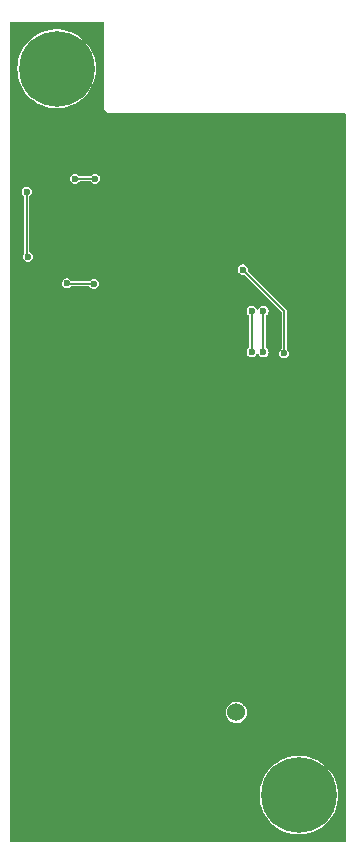
<source format=gbl>
%TF.GenerationSoftware,KiCad,Pcbnew,7.0.7*%
%TF.CreationDate,2024-02-09T14:16:11-05:00*%
%TF.ProjectId,key-fob-pcb,6b65792d-666f-4622-9d70-63622e6b6963,rev?*%
%TF.SameCoordinates,Original*%
%TF.FileFunction,Copper,L2,Bot*%
%TF.FilePolarity,Positive*%
%FSLAX46Y46*%
G04 Gerber Fmt 4.6, Leading zero omitted, Abs format (unit mm)*
G04 Created by KiCad (PCBNEW 7.0.7) date 2024-02-09 14:16:11*
%MOMM*%
%LPD*%
G01*
G04 APERTURE LIST*
%TA.AperFunction,ComponentPad*%
%ADD10C,1.530000*%
%TD*%
%TA.AperFunction,ConnectorPad*%
%ADD11C,6.400000*%
%TD*%
%TA.AperFunction,ComponentPad*%
%ADD12C,3.600000*%
%TD*%
%TA.AperFunction,ViaPad*%
%ADD13C,0.600000*%
%TD*%
%TA.AperFunction,Conductor*%
%ADD14C,0.177800*%
%TD*%
G04 APERTURE END LIST*
D10*
%TO.P,BT1,P*%
%TO.N,/ADC/VIN*%
X157950000Y-145500000D03*
%TO.P,BT1,N*%
%TO.N,GND*%
X145250000Y-145500000D03*
%TD*%
D11*
%TO.P,REF\u002A\u002A,1*%
%TO.N,N/C*%
X142750000Y-91000000D03*
D12*
X142750000Y-91000000D03*
%TD*%
D11*
%TO.P,REF\u002A\u002A,1*%
%TO.N,N/C*%
X163250000Y-152500000D03*
D12*
X163250000Y-152500000D03*
%TD*%
D13*
%TO.N,GND*%
X146500000Y-104250000D03*
X157000000Y-110500000D03*
X150750000Y-106000000D03*
X154400000Y-100600000D03*
X153400000Y-101600000D03*
X153400000Y-102900000D03*
X153400000Y-104400000D03*
X154400000Y-105300000D03*
X155800000Y-105300000D03*
X157200000Y-105300000D03*
X158100000Y-104400000D03*
X158100000Y-102900000D03*
X158100000Y-101600000D03*
X157200000Y-100600000D03*
X155800000Y-100600000D03*
X147600000Y-121700000D03*
X148400000Y-121700000D03*
X148400000Y-121000000D03*
X147600000Y-121000000D03*
X146800000Y-121000000D03*
%TO.N,/VBAT_ADC_EN*%
X143600000Y-109175000D03*
X145900000Y-109200000D03*
%TO.N,/VBAT_ADC*%
X144300000Y-100300000D03*
X146000000Y-100300000D03*
%TO.N,/EN*%
X158500000Y-108000000D03*
X162000000Y-115100000D03*
%TO.N,Net-(Q1-Pad1)*%
X140300000Y-106900000D03*
X140200000Y-101400000D03*
%TO.N,/RX*%
X160250000Y-111500000D03*
X160250000Y-115000000D03*
%TO.N,/TX*%
X159250000Y-111500000D03*
X159250000Y-115000000D03*
%TO.N,GND*%
X140050000Y-120200000D03*
X140050000Y-119400000D03*
X141950000Y-115400000D03*
%TD*%
D14*
%TO.N,/VBAT_ADC_EN*%
X145900000Y-109200000D02*
X143625000Y-109200000D01*
X143625000Y-109200000D02*
X143600000Y-109175000D01*
%TO.N,/VBAT_ADC*%
X146000000Y-100300000D02*
X144300000Y-100300000D01*
%TO.N,/EN*%
X162000000Y-111500000D02*
X158500000Y-108000000D01*
X162000000Y-115100000D02*
X162000000Y-111500000D01*
%TO.N,Net-(Q1-Pad1)*%
X140200000Y-106800000D02*
X140300000Y-106900000D01*
X140200000Y-101400000D02*
X140200000Y-106800000D01*
%TO.N,/RX*%
X160250000Y-115000000D02*
X160250000Y-111500000D01*
%TO.N,/TX*%
X159250000Y-115000000D02*
X159250000Y-111500000D01*
%TD*%
%TA.AperFunction,Conductor*%
%TO.N,GND*%
G36*
X146692539Y-87020185D02*
G01*
X146738294Y-87072989D01*
X146749500Y-87124500D01*
X146749500Y-94321963D01*
X146757190Y-94348154D01*
X146760947Y-94365423D01*
X146764835Y-94392456D01*
X146764835Y-94392457D01*
X146776173Y-94417283D01*
X146782355Y-94433858D01*
X146790046Y-94460051D01*
X146790047Y-94460053D01*
X146804806Y-94483019D01*
X146813282Y-94498541D01*
X146824623Y-94523373D01*
X146836437Y-94537007D01*
X146842496Y-94544000D01*
X146853095Y-94558160D01*
X146867853Y-94581123D01*
X146867857Y-94581128D01*
X146888488Y-94599006D01*
X146900992Y-94611510D01*
X146918871Y-94632142D01*
X146918872Y-94632143D01*
X146941844Y-94646905D01*
X146955996Y-94657500D01*
X146976627Y-94675377D01*
X146999899Y-94686005D01*
X147001451Y-94686714D01*
X147016978Y-94695192D01*
X147039947Y-94709953D01*
X147066136Y-94717643D01*
X147082713Y-94723826D01*
X147107538Y-94735163D01*
X147107539Y-94735163D01*
X147107543Y-94735165D01*
X147134564Y-94739050D01*
X147151846Y-94742809D01*
X147178039Y-94750500D01*
X147214201Y-94750500D01*
X167125500Y-94750500D01*
X167192539Y-94770185D01*
X167238294Y-94822989D01*
X167249500Y-94874500D01*
X167249500Y-156375500D01*
X167229815Y-156442539D01*
X167177011Y-156488294D01*
X167125500Y-156499500D01*
X138874500Y-156499500D01*
X138807461Y-156479815D01*
X138761706Y-156427011D01*
X138750500Y-156375500D01*
X138750500Y-152500002D01*
X159917612Y-152500002D01*
X159937147Y-152860291D01*
X159995523Y-153216370D01*
X159995524Y-153216373D01*
X160092050Y-153564030D01*
X160092051Y-153564032D01*
X160092053Y-153564036D01*
X160225607Y-153899233D01*
X160394620Y-154218025D01*
X160597110Y-154516675D01*
X160830702Y-154791681D01*
X161092658Y-155039819D01*
X161379908Y-155258180D01*
X161379914Y-155258184D01*
X161379920Y-155258188D01*
X161689085Y-155444206D01*
X161689090Y-155444208D01*
X162016545Y-155595706D01*
X162016549Y-155595706D01*
X162016556Y-155595710D01*
X162358492Y-155710921D01*
X162710880Y-155788488D01*
X163069588Y-155827500D01*
X163069594Y-155827500D01*
X163430406Y-155827500D01*
X163430412Y-155827500D01*
X163789120Y-155788488D01*
X164141508Y-155710921D01*
X164483444Y-155595710D01*
X164483451Y-155595706D01*
X164483454Y-155595706D01*
X164810909Y-155444208D01*
X164810914Y-155444206D01*
X164810915Y-155444205D01*
X164810918Y-155444204D01*
X165120092Y-155258180D01*
X165407342Y-155039819D01*
X165669298Y-154791681D01*
X165902890Y-154516675D01*
X166105380Y-154218025D01*
X166274393Y-153899233D01*
X166407947Y-153564036D01*
X166504478Y-153216365D01*
X166562852Y-152860294D01*
X166582387Y-152500000D01*
X166562852Y-152139706D01*
X166504478Y-151783635D01*
X166461008Y-151627072D01*
X166407949Y-151435969D01*
X166407948Y-151435967D01*
X166274394Y-151100770D01*
X166274393Y-151100767D01*
X166105380Y-150781975D01*
X165902890Y-150483325D01*
X165669298Y-150208319D01*
X165407342Y-149960181D01*
X165407335Y-149960175D01*
X165407332Y-149960173D01*
X165311938Y-149887657D01*
X165120092Y-149741820D01*
X165120086Y-149741816D01*
X165120079Y-149741811D01*
X164810914Y-149555793D01*
X164810909Y-149555791D01*
X164483454Y-149404293D01*
X164483449Y-149404292D01*
X164483446Y-149404291D01*
X164483444Y-149404290D01*
X164374452Y-149367566D01*
X164141510Y-149289079D01*
X163789118Y-149211511D01*
X163430413Y-149172500D01*
X163430412Y-149172500D01*
X163069588Y-149172500D01*
X163069586Y-149172500D01*
X162710881Y-149211511D01*
X162358489Y-149289079D01*
X162016550Y-149404292D01*
X162016545Y-149404293D01*
X161689090Y-149555791D01*
X161689085Y-149555793D01*
X161379920Y-149741811D01*
X161379912Y-149741817D01*
X161092667Y-149960173D01*
X161092658Y-149960181D01*
X160830699Y-150208321D01*
X160830694Y-150208327D01*
X160597109Y-150483325D01*
X160394620Y-150781974D01*
X160225611Y-151100758D01*
X160225605Y-151100770D01*
X160092051Y-151435967D01*
X160092050Y-151435969D01*
X159995524Y-151783626D01*
X159995523Y-151783629D01*
X159937147Y-152139708D01*
X159917612Y-152499997D01*
X159917612Y-152500002D01*
X138750500Y-152500002D01*
X138750500Y-145499999D01*
X157052584Y-145499999D01*
X157072195Y-145686585D01*
X157072196Y-145686587D01*
X157130170Y-145865013D01*
X157130171Y-145865015D01*
X157207609Y-145999142D01*
X157223975Y-146027488D01*
X157267703Y-146076053D01*
X157349505Y-146166905D01*
X157349512Y-146166911D01*
X157501287Y-146277182D01*
X157501288Y-146277182D01*
X157501292Y-146277185D01*
X157641069Y-146339417D01*
X157672678Y-146353491D01*
X157672683Y-146353493D01*
X157856194Y-146392500D01*
X158043806Y-146392500D01*
X158227317Y-146353493D01*
X158398708Y-146277185D01*
X158550489Y-146166910D01*
X158676025Y-146027488D01*
X158769830Y-145865012D01*
X158827805Y-145686583D01*
X158847416Y-145500000D01*
X158827805Y-145313417D01*
X158769830Y-145134988D01*
X158676025Y-144972512D01*
X158626856Y-144917904D01*
X158550494Y-144833094D01*
X158550487Y-144833088D01*
X158398712Y-144722817D01*
X158398709Y-144722815D01*
X158398708Y-144722815D01*
X158336474Y-144695106D01*
X158227321Y-144646508D01*
X158227316Y-144646506D01*
X158043806Y-144607500D01*
X157856194Y-144607500D01*
X157672683Y-144646506D01*
X157672678Y-144646508D01*
X157501292Y-144722815D01*
X157501287Y-144722817D01*
X157349512Y-144833088D01*
X157349505Y-144833094D01*
X157223974Y-144972513D01*
X157130171Y-145134984D01*
X157130170Y-145134986D01*
X157072196Y-145313412D01*
X157072195Y-145313414D01*
X157052584Y-145499999D01*
X138750500Y-145499999D01*
X138750500Y-115000000D01*
X158818104Y-115000000D01*
X158835598Y-115121678D01*
X158835599Y-115121682D01*
X158881267Y-115221679D01*
X158886666Y-115233501D01*
X158967168Y-115326405D01*
X159070584Y-115392866D01*
X159188535Y-115427500D01*
X159311465Y-115427500D01*
X159429416Y-115392866D01*
X159532832Y-115326405D01*
X159613334Y-115233501D01*
X159637206Y-115181227D01*
X159682961Y-115128424D01*
X159750000Y-115108740D01*
X159817040Y-115128425D01*
X159862793Y-115181227D01*
X159886666Y-115233501D01*
X159967168Y-115326405D01*
X160070584Y-115392866D01*
X160188535Y-115427500D01*
X160311465Y-115427500D01*
X160429416Y-115392866D01*
X160532832Y-115326405D01*
X160613334Y-115233501D01*
X160649676Y-115153922D01*
X160664400Y-115121682D01*
X160664401Y-115121678D01*
X160667518Y-115099999D01*
X160681896Y-115000000D01*
X160664401Y-114878321D01*
X160664400Y-114878317D01*
X160631505Y-114806288D01*
X160613334Y-114766499D01*
X160532832Y-114673595D01*
X160532831Y-114673594D01*
X160532830Y-114673593D01*
X160532827Y-114673591D01*
X160523359Y-114667506D01*
X160477605Y-114614701D01*
X160466400Y-114563192D01*
X160466400Y-111936806D01*
X160486085Y-111869767D01*
X160523359Y-111832492D01*
X160532832Y-111826405D01*
X160613334Y-111733501D01*
X160649676Y-111653922D01*
X160664400Y-111621682D01*
X160664401Y-111621678D01*
X160669008Y-111589636D01*
X160681896Y-111500000D01*
X160664401Y-111378321D01*
X160664400Y-111378317D01*
X160613334Y-111266500D01*
X160613334Y-111266499D01*
X160532832Y-111173595D01*
X160429416Y-111107134D01*
X160311465Y-111072500D01*
X160188535Y-111072500D01*
X160070584Y-111107134D01*
X160070582Y-111107134D01*
X160070582Y-111107135D01*
X159967169Y-111173594D01*
X159886667Y-111266497D01*
X159886665Y-111266500D01*
X159862794Y-111318771D01*
X159817039Y-111371575D01*
X159749999Y-111391259D01*
X159682960Y-111371574D01*
X159637206Y-111318771D01*
X159613334Y-111266500D01*
X159613334Y-111266499D01*
X159532832Y-111173595D01*
X159429416Y-111107134D01*
X159311465Y-111072500D01*
X159188535Y-111072500D01*
X159070584Y-111107134D01*
X159070582Y-111107134D01*
X159070582Y-111107135D01*
X158967169Y-111173594D01*
X158886667Y-111266497D01*
X158886665Y-111266500D01*
X158835599Y-111378317D01*
X158835598Y-111378321D01*
X158818104Y-111500000D01*
X158835598Y-111621678D01*
X158835599Y-111621682D01*
X158886665Y-111733499D01*
X158886666Y-111733501D01*
X158967168Y-111826405D01*
X158976639Y-111832491D01*
X159022392Y-111885290D01*
X159033600Y-111936806D01*
X159033600Y-114563192D01*
X159013915Y-114630231D01*
X158976641Y-114667506D01*
X158967172Y-114673591D01*
X158967169Y-114673593D01*
X158886667Y-114766497D01*
X158886665Y-114766500D01*
X158835599Y-114878317D01*
X158835598Y-114878321D01*
X158818104Y-115000000D01*
X138750500Y-115000000D01*
X138750500Y-109174999D01*
X143168104Y-109174999D01*
X143185598Y-109296678D01*
X143185599Y-109296682D01*
X143236665Y-109408499D01*
X143236666Y-109408501D01*
X143317168Y-109501405D01*
X143420584Y-109567866D01*
X143538535Y-109602500D01*
X143661465Y-109602500D01*
X143779416Y-109567866D01*
X143882832Y-109501405D01*
X143919405Y-109459196D01*
X143978184Y-109421423D01*
X144013118Y-109416400D01*
X145465219Y-109416400D01*
X145532258Y-109436085D01*
X145558931Y-109459196D01*
X145617168Y-109526405D01*
X145720584Y-109592866D01*
X145838535Y-109627500D01*
X145961465Y-109627500D01*
X146079416Y-109592866D01*
X146182832Y-109526405D01*
X146263334Y-109433501D01*
X146314401Y-109321679D01*
X146331896Y-109200000D01*
X146314401Y-109078321D01*
X146314400Y-109078317D01*
X146281505Y-109006288D01*
X146263334Y-108966499D01*
X146182832Y-108873595D01*
X146079416Y-108807134D01*
X145961465Y-108772500D01*
X145838535Y-108772500D01*
X145720584Y-108807134D01*
X145720582Y-108807134D01*
X145720582Y-108807135D01*
X145617169Y-108873594D01*
X145558932Y-108940803D01*
X145500153Y-108978577D01*
X145465219Y-108983600D01*
X144056444Y-108983600D01*
X143989405Y-108963915D01*
X143962732Y-108940803D01*
X143882834Y-108848597D01*
X143882833Y-108848596D01*
X143882832Y-108848595D01*
X143779416Y-108782134D01*
X143661465Y-108747500D01*
X143538535Y-108747500D01*
X143420584Y-108782134D01*
X143420582Y-108782134D01*
X143420582Y-108782135D01*
X143317169Y-108848594D01*
X143236667Y-108941497D01*
X143236665Y-108941500D01*
X143185599Y-109053317D01*
X143185598Y-109053321D01*
X143168104Y-109174999D01*
X138750500Y-109174999D01*
X138750500Y-108000000D01*
X158068104Y-108000000D01*
X158085598Y-108121678D01*
X158085599Y-108121682D01*
X158136665Y-108233499D01*
X158136666Y-108233501D01*
X158217168Y-108326405D01*
X158320584Y-108392866D01*
X158438535Y-108427500D01*
X158570102Y-108427500D01*
X158637141Y-108447185D01*
X158657783Y-108463819D01*
X161747281Y-111553317D01*
X161780766Y-111614640D01*
X161783600Y-111640998D01*
X161783600Y-114663192D01*
X161763915Y-114730231D01*
X161726641Y-114767506D01*
X161717172Y-114773591D01*
X161717169Y-114773593D01*
X161636667Y-114866497D01*
X161636665Y-114866500D01*
X161585599Y-114978317D01*
X161585598Y-114978321D01*
X161568104Y-115100000D01*
X161585598Y-115221678D01*
X161585599Y-115221682D01*
X161633425Y-115326405D01*
X161636666Y-115333501D01*
X161717168Y-115426405D01*
X161820584Y-115492866D01*
X161938535Y-115527500D01*
X162061465Y-115527500D01*
X162179416Y-115492866D01*
X162282832Y-115426405D01*
X162363334Y-115333501D01*
X162414401Y-115221679D01*
X162431896Y-115100000D01*
X162414401Y-114978321D01*
X162414400Y-114978317D01*
X162365652Y-114871575D01*
X162363334Y-114866499D01*
X162282832Y-114773595D01*
X162282831Y-114773594D01*
X162282830Y-114773593D01*
X162282827Y-114773591D01*
X162273359Y-114767506D01*
X162227605Y-114714701D01*
X162216400Y-114663192D01*
X162216400Y-111507291D01*
X162216485Y-111504045D01*
X162216697Y-111500000D01*
X162218511Y-111465391D01*
X162211629Y-111447464D01*
X162206100Y-111428800D01*
X162202108Y-111410016D01*
X162201408Y-111409053D01*
X162185962Y-111380602D01*
X162185542Y-111379507D01*
X162171965Y-111365930D01*
X162159327Y-111351133D01*
X162148034Y-111335589D01*
X162147006Y-111334996D01*
X162121324Y-111315289D01*
X158959964Y-108153929D01*
X158926479Y-108092606D01*
X158924907Y-108048605D01*
X158931896Y-108000000D01*
X158914401Y-107878321D01*
X158914400Y-107878317D01*
X158863334Y-107766500D01*
X158863334Y-107766499D01*
X158782832Y-107673595D01*
X158679416Y-107607134D01*
X158561465Y-107572500D01*
X158438535Y-107572500D01*
X158320584Y-107607134D01*
X158320582Y-107607134D01*
X158320582Y-107607135D01*
X158217169Y-107673594D01*
X158136667Y-107766497D01*
X158136665Y-107766500D01*
X158085599Y-107878317D01*
X158085598Y-107878321D01*
X158068104Y-108000000D01*
X138750500Y-108000000D01*
X138750500Y-101399999D01*
X139768104Y-101399999D01*
X139785598Y-101521678D01*
X139785599Y-101521682D01*
X139836665Y-101633499D01*
X139836666Y-101633501D01*
X139917168Y-101726405D01*
X139926639Y-101732491D01*
X139972392Y-101785290D01*
X139983600Y-101836806D01*
X139983600Y-106566084D01*
X139963915Y-106633123D01*
X139953314Y-106647286D01*
X139936667Y-106666497D01*
X139936665Y-106666500D01*
X139885599Y-106778317D01*
X139885598Y-106778321D01*
X139868104Y-106899999D01*
X139885598Y-107021678D01*
X139885599Y-107021682D01*
X139936665Y-107133499D01*
X139936666Y-107133501D01*
X140017168Y-107226405D01*
X140120584Y-107292866D01*
X140238535Y-107327500D01*
X140361465Y-107327500D01*
X140479416Y-107292866D01*
X140582832Y-107226405D01*
X140663334Y-107133501D01*
X140714401Y-107021679D01*
X140731896Y-106900000D01*
X140714401Y-106778321D01*
X140714400Y-106778317D01*
X140663334Y-106666500D01*
X140663334Y-106666499D01*
X140582832Y-106573595D01*
X140582831Y-106573594D01*
X140582830Y-106573593D01*
X140473360Y-106503241D01*
X140427606Y-106450437D01*
X140416400Y-106398926D01*
X140416400Y-101836806D01*
X140436085Y-101769767D01*
X140473359Y-101732492D01*
X140482832Y-101726405D01*
X140563334Y-101633501D01*
X140614401Y-101521679D01*
X140631896Y-101400000D01*
X140614401Y-101278321D01*
X140614400Y-101278317D01*
X140563334Y-101166500D01*
X140563334Y-101166499D01*
X140482832Y-101073595D01*
X140379416Y-101007134D01*
X140261465Y-100972500D01*
X140138535Y-100972500D01*
X140020584Y-101007134D01*
X140020582Y-101007134D01*
X140020582Y-101007135D01*
X139917169Y-101073594D01*
X139836667Y-101166497D01*
X139836665Y-101166500D01*
X139785599Y-101278317D01*
X139785598Y-101278321D01*
X139768104Y-101399999D01*
X138750500Y-101399999D01*
X138750500Y-100300000D01*
X143868104Y-100300000D01*
X143885598Y-100421678D01*
X143885599Y-100421682D01*
X143928856Y-100516400D01*
X143936666Y-100533501D01*
X144017168Y-100626405D01*
X144120584Y-100692866D01*
X144238535Y-100727500D01*
X144361465Y-100727500D01*
X144479416Y-100692866D01*
X144582832Y-100626405D01*
X144641068Y-100559196D01*
X144699847Y-100521423D01*
X144734781Y-100516400D01*
X145565219Y-100516400D01*
X145632258Y-100536085D01*
X145658931Y-100559196D01*
X145717168Y-100626405D01*
X145820584Y-100692866D01*
X145938535Y-100727500D01*
X146061465Y-100727500D01*
X146179416Y-100692866D01*
X146282832Y-100626405D01*
X146363334Y-100533501D01*
X146414401Y-100421679D01*
X146431896Y-100300000D01*
X146414401Y-100178321D01*
X146414400Y-100178317D01*
X146381505Y-100106288D01*
X146363334Y-100066499D01*
X146282832Y-99973595D01*
X146179416Y-99907134D01*
X146061465Y-99872500D01*
X145938535Y-99872500D01*
X145820584Y-99907134D01*
X145820582Y-99907134D01*
X145820582Y-99907135D01*
X145717169Y-99973594D01*
X145658932Y-100040803D01*
X145600153Y-100078577D01*
X145565219Y-100083600D01*
X144734781Y-100083600D01*
X144667742Y-100063915D01*
X144641068Y-100040803D01*
X144582832Y-99973595D01*
X144479416Y-99907134D01*
X144361465Y-99872500D01*
X144238535Y-99872500D01*
X144120584Y-99907134D01*
X144120582Y-99907134D01*
X144120582Y-99907135D01*
X144017169Y-99973594D01*
X143936667Y-100066497D01*
X143936665Y-100066500D01*
X143885599Y-100178317D01*
X143885598Y-100178321D01*
X143868104Y-100300000D01*
X138750500Y-100300000D01*
X138750500Y-91000002D01*
X139417612Y-91000002D01*
X139437147Y-91360291D01*
X139495523Y-91716370D01*
X139495524Y-91716373D01*
X139592050Y-92064030D01*
X139592051Y-92064032D01*
X139592053Y-92064036D01*
X139725607Y-92399233D01*
X139894620Y-92718025D01*
X140097110Y-93016675D01*
X140330702Y-93291681D01*
X140592658Y-93539819D01*
X140879908Y-93758180D01*
X140879914Y-93758184D01*
X140879920Y-93758188D01*
X141189085Y-93944206D01*
X141189090Y-93944208D01*
X141516545Y-94095706D01*
X141516549Y-94095706D01*
X141516556Y-94095710D01*
X141858492Y-94210921D01*
X142210880Y-94288488D01*
X142569588Y-94327500D01*
X142569594Y-94327500D01*
X142930406Y-94327500D01*
X142930412Y-94327500D01*
X143289120Y-94288488D01*
X143641508Y-94210921D01*
X143983444Y-94095710D01*
X143983451Y-94095706D01*
X143983454Y-94095706D01*
X144243022Y-93975615D01*
X144310918Y-93944204D01*
X144584063Y-93779858D01*
X144620079Y-93758188D01*
X144620080Y-93758187D01*
X144620092Y-93758180D01*
X144907342Y-93539819D01*
X145169298Y-93291681D01*
X145402890Y-93016675D01*
X145605380Y-92718025D01*
X145774393Y-92399233D01*
X145907947Y-92064036D01*
X146004478Y-91716365D01*
X146062852Y-91360294D01*
X146082387Y-91000000D01*
X146062852Y-90639706D01*
X146004478Y-90283635D01*
X145961008Y-90127072D01*
X145907949Y-89935969D01*
X145907948Y-89935967D01*
X145774394Y-89600770D01*
X145774393Y-89600767D01*
X145605380Y-89281975D01*
X145402890Y-88983325D01*
X145169298Y-88708319D01*
X144907342Y-88460181D01*
X144907335Y-88460175D01*
X144907332Y-88460173D01*
X144811938Y-88387657D01*
X144620092Y-88241820D01*
X144620086Y-88241816D01*
X144620079Y-88241811D01*
X144310914Y-88055793D01*
X144310909Y-88055791D01*
X143983454Y-87904293D01*
X143983449Y-87904292D01*
X143983446Y-87904291D01*
X143983444Y-87904290D01*
X143874452Y-87867566D01*
X143641510Y-87789079D01*
X143289118Y-87711511D01*
X142930413Y-87672500D01*
X142930412Y-87672500D01*
X142569588Y-87672500D01*
X142569586Y-87672500D01*
X142210881Y-87711511D01*
X141858489Y-87789079D01*
X141516550Y-87904292D01*
X141516545Y-87904293D01*
X141189090Y-88055791D01*
X141189085Y-88055793D01*
X140879920Y-88241811D01*
X140879912Y-88241817D01*
X140592667Y-88460173D01*
X140592658Y-88460181D01*
X140330699Y-88708321D01*
X140330694Y-88708327D01*
X140097109Y-88983325D01*
X139894620Y-89281974D01*
X139725611Y-89600758D01*
X139725605Y-89600770D01*
X139592051Y-89935967D01*
X139592050Y-89935969D01*
X139495524Y-90283626D01*
X139495523Y-90283629D01*
X139437147Y-90639708D01*
X139417612Y-90999997D01*
X139417612Y-91000002D01*
X138750500Y-91000002D01*
X138750500Y-87124500D01*
X138770185Y-87057461D01*
X138822989Y-87011706D01*
X138874500Y-87000500D01*
X146625500Y-87000500D01*
X146692539Y-87020185D01*
G37*
%TD.AperFunction*%
%TD*%
M02*

</source>
